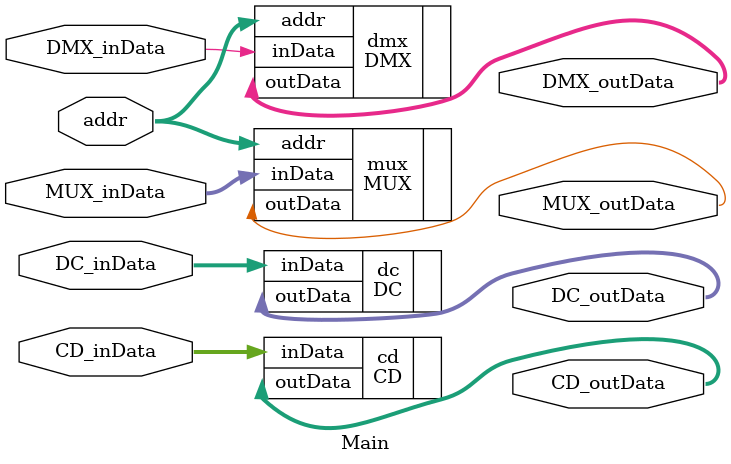
<source format=v>
module Main (

input		[2:0]	addr,

//Сигнальные выводы мультиплексора 
input		[7:0]	MUX_inData,
output			MUX_outData,

//Сигнальные выводы демультиплексора 
input				DMX_inData,
output	[7:0]	DMX_outData,

//Сигнальные выводы шифратора 
input		[7:0]	CD_inData,
output	[2:0]	CD_outData,

//Сигнальные выводы дешифратора 
input		[2:0]	DC_inData,
output	[7:0]	DC_outData

);

MUX mux(
	.addr(addr),
	.inData(MUX_inData),
	.outData(MUX_outData)
);

DMX dmx(
	.addr(addr),
	.inData(DMX_inData),
	.outData(DMX_outData)
);

CD cd(
	.inData(CD_inData),
	.outData(CD_outData)
);

DC dc(
	.inData(DC_inData),
	.outData(DC_outData)
);

endmodule

</source>
